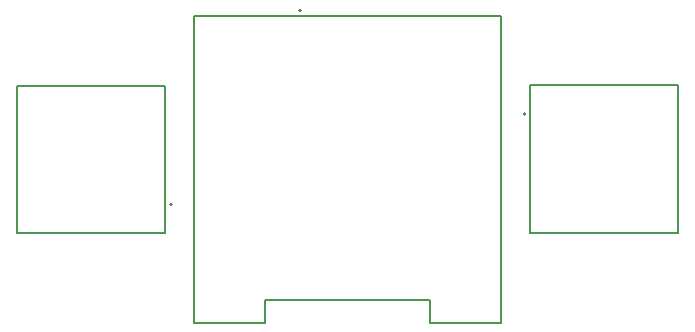
<source format=gbr>
%TF.GenerationSoftware,KiCad,Pcbnew,9.0.2*%
%TF.CreationDate,2025-08-01T16:53:23-07:00*%
%TF.ProjectId,bitboy,62697462-6f79-42e6-9b69-6361645f7063,rev?*%
%TF.SameCoordinates,Original*%
%TF.FileFunction,AssemblyDrawing,Top*%
%FSLAX46Y46*%
G04 Gerber Fmt 4.6, Leading zero omitted, Abs format (unit mm)*
G04 Created by KiCad (PCBNEW 9.0.2) date 2025-08-01 16:53:23*
%MOMM*%
%LPD*%
G01*
G04 APERTURE LIST*
%ADD10C,0.127000*%
%ADD11C,0.200000*%
G04 APERTURE END LIST*
D10*
%TO.C,S1*%
X162000000Y-69530000D02*
X174500000Y-69530000D01*
X162000000Y-82030000D02*
X162000000Y-69530000D01*
X174500000Y-69530000D02*
X174500000Y-82030000D01*
X174500000Y-82030000D02*
X162000000Y-82030000D01*
D11*
X161600000Y-71970000D02*
G75*
G02*
X161400000Y-71970000I-100000J0D01*
G01*
X161400000Y-71970000D02*
G75*
G02*
X161600000Y-71970000I100000J0D01*
G01*
D10*
%TO.C,S2*%
X118567500Y-69580000D02*
X131067500Y-69580000D01*
X118567500Y-82080000D02*
X118567500Y-69580000D01*
X131067500Y-69580000D02*
X131067500Y-82080000D01*
X131067500Y-82080000D02*
X118567500Y-82080000D01*
D11*
X131667500Y-79640000D02*
G75*
G02*
X131467500Y-79640000I-100000J0D01*
G01*
X131467500Y-79640000D02*
G75*
G02*
X131667500Y-79640000I100000J0D01*
G01*
D10*
%TO.C,U2*%
X133500000Y-63695000D02*
X159500000Y-63695000D01*
X133500000Y-89695000D02*
X133500000Y-63695000D01*
X139500000Y-87695000D02*
X153500000Y-87695000D01*
X139500000Y-89695000D02*
X133500000Y-89695000D01*
X139500000Y-89695000D02*
X139500000Y-87695000D01*
X153500000Y-87695000D02*
X153500000Y-89695000D01*
X159500000Y-63695000D02*
X159500000Y-89695000D01*
X159500000Y-89695000D02*
X153500000Y-89695000D01*
D11*
X142600000Y-63195000D02*
G75*
G02*
X142400000Y-63195000I-100000J0D01*
G01*
X142400000Y-63195000D02*
G75*
G02*
X142600000Y-63195000I100000J0D01*
G01*
%TD*%
M02*

</source>
